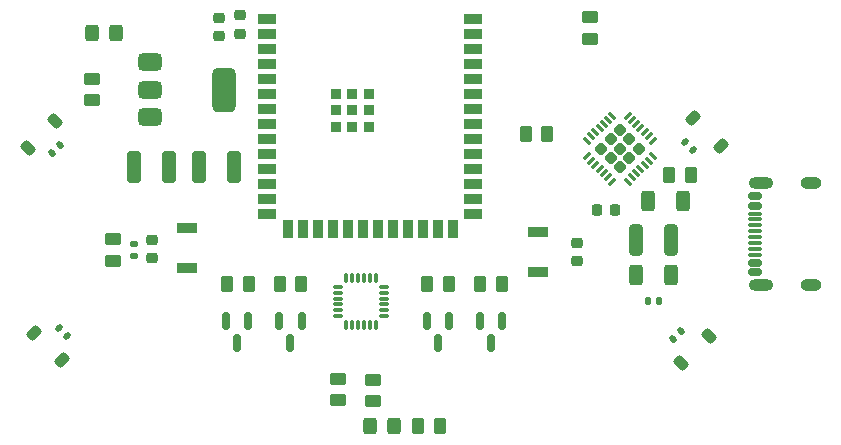
<source format=gbr>
%TF.GenerationSoftware,KiCad,Pcbnew,8.0.1*%
%TF.CreationDate,2024-07-15T00:54:35+06:00*%
%TF.ProjectId,saucey,73617563-6579-42e6-9b69-6361645f7063,1.0*%
%TF.SameCoordinates,Original*%
%TF.FileFunction,Paste,Top*%
%TF.FilePolarity,Positive*%
%FSLAX46Y46*%
G04 Gerber Fmt 4.6, Leading zero omitted, Abs format (unit mm)*
G04 Created by KiCad (PCBNEW 8.0.1) date 2024-07-15 00:54:35*
%MOMM*%
%LPD*%
G01*
G04 APERTURE LIST*
G04 Aperture macros list*
%AMRoundRect*
0 Rectangle with rounded corners*
0 $1 Rounding radius*
0 $2 $3 $4 $5 $6 $7 $8 $9 X,Y pos of 4 corners*
0 Add a 4 corners polygon primitive as box body*
4,1,4,$2,$3,$4,$5,$6,$7,$8,$9,$2,$3,0*
0 Add four circle primitives for the rounded corners*
1,1,$1+$1,$2,$3*
1,1,$1+$1,$4,$5*
1,1,$1+$1,$6,$7*
1,1,$1+$1,$8,$9*
0 Add four rect primitives between the rounded corners*
20,1,$1+$1,$2,$3,$4,$5,0*
20,1,$1+$1,$4,$5,$6,$7,0*
20,1,$1+$1,$6,$7,$8,$9,0*
20,1,$1+$1,$8,$9,$2,$3,0*%
G04 Aperture macros list end*
%ADD10RoundRect,0.225000X-0.225000X-0.250000X0.225000X-0.250000X0.225000X0.250000X-0.225000X0.250000X0*%
%ADD11RoundRect,0.225000X0.250000X-0.225000X0.250000X0.225000X-0.250000X0.225000X-0.250000X-0.225000X0*%
%ADD12R,1.700000X0.900000*%
%ADD13RoundRect,0.150000X0.425000X-0.150000X0.425000X0.150000X-0.425000X0.150000X-0.425000X-0.150000X0*%
%ADD14RoundRect,0.075000X0.500000X-0.075000X0.500000X0.075000X-0.500000X0.075000X-0.500000X-0.075000X0*%
%ADD15O,2.100000X1.000000*%
%ADD16O,1.800000X1.000000*%
%ADD17RoundRect,0.075000X0.075000X-0.350000X0.075000X0.350000X-0.075000X0.350000X-0.075000X-0.350000X0*%
%ADD18RoundRect,0.075000X-0.350000X-0.075000X0.350000X-0.075000X0.350000X0.075000X-0.350000X0.075000X0*%
%ADD19RoundRect,0.250000X0.325000X1.100000X-0.325000X1.100000X-0.325000X-1.100000X0.325000X-1.100000X0*%
%ADD20RoundRect,0.150000X-0.150000X0.587500X-0.150000X-0.587500X0.150000X-0.587500X0.150000X0.587500X0*%
%ADD21RoundRect,0.250000X0.450000X-0.262500X0.450000X0.262500X-0.450000X0.262500X-0.450000X-0.262500X0*%
%ADD22RoundRect,0.250000X-0.262500X-0.450000X0.262500X-0.450000X0.262500X0.450000X-0.262500X0.450000X0*%
%ADD23R,0.900000X0.900000*%
%ADD24R,1.500000X0.900000*%
%ADD25R,0.900000X1.500000*%
%ADD26RoundRect,0.250000X-0.450000X0.262500X-0.450000X-0.262500X0.450000X-0.262500X0.450000X0.262500X0*%
%ADD27RoundRect,0.225000X-0.250000X0.225000X-0.250000X-0.225000X0.250000X-0.225000X0.250000X0.225000X0*%
%ADD28RoundRect,0.225000X0.106066X-0.424264X0.424264X-0.106066X-0.106066X0.424264X-0.424264X0.106066X0*%
%ADD29RoundRect,0.250000X0.325000X0.450000X-0.325000X0.450000X-0.325000X-0.450000X0.325000X-0.450000X0*%
%ADD30RoundRect,0.250000X-0.312500X-0.625000X0.312500X-0.625000X0.312500X0.625000X-0.312500X0.625000X0*%
%ADD31RoundRect,0.250000X0.312500X1.075000X-0.312500X1.075000X-0.312500X-1.075000X0.312500X-1.075000X0*%
%ADD32RoundRect,0.250000X-0.325000X-0.450000X0.325000X-0.450000X0.325000X0.450000X-0.325000X0.450000X0*%
%ADD33RoundRect,0.140000X0.021213X-0.219203X0.219203X-0.021213X-0.021213X0.219203X-0.219203X0.021213X0*%
%ADD34RoundRect,0.140000X-0.140000X-0.170000X0.140000X-0.170000X0.140000X0.170000X-0.140000X0.170000X0*%
%ADD35RoundRect,0.250000X0.312500X0.625000X-0.312500X0.625000X-0.312500X-0.625000X0.312500X-0.625000X0*%
%ADD36RoundRect,0.140000X-0.170000X0.140000X-0.170000X-0.140000X0.170000X-0.140000X0.170000X0.140000X0*%
%ADD37RoundRect,0.250000X-0.325000X-1.100000X0.325000X-1.100000X0.325000X1.100000X-0.325000X1.100000X0*%
%ADD38RoundRect,0.140000X0.219203X0.021213X0.021213X0.219203X-0.219203X-0.021213X-0.021213X-0.219203X0*%
%ADD39RoundRect,0.225000X0.424264X0.106066X0.106066X0.424264X-0.424264X-0.106066X-0.106066X-0.424264X0*%
%ADD40RoundRect,0.225000X0.000000X-0.318198X0.318198X0.000000X0.000000X0.318198X-0.318198X0.000000X0*%
%ADD41RoundRect,0.062500X-0.194454X-0.282843X0.282843X0.194454X0.194454X0.282843X-0.282843X-0.194454X0*%
%ADD42RoundRect,0.062500X0.194454X-0.282843X0.282843X-0.194454X-0.194454X0.282843X-0.282843X0.194454X0*%
%ADD43RoundRect,0.375000X-0.625000X-0.375000X0.625000X-0.375000X0.625000X0.375000X-0.625000X0.375000X0*%
%ADD44RoundRect,0.500000X-0.500000X-1.400000X0.500000X-1.400000X0.500000X1.400000X-0.500000X1.400000X0*%
%ADD45RoundRect,0.250000X0.262500X0.450000X-0.262500X0.450000X-0.262500X-0.450000X0.262500X-0.450000X0*%
G04 APERTURE END LIST*
D10*
%TO.C,C7*%
X161975000Y-68706928D03*
X163525000Y-68706928D03*
%TD*%
D11*
%TO.C,C1*%
X130000000Y-54005000D03*
X130000000Y-52455000D03*
%TD*%
D12*
%TO.C,SW2*%
X157000000Y-73950000D03*
X157000000Y-70550000D03*
%TD*%
%TO.C,SW1*%
X127250000Y-70250001D03*
X127250000Y-73650001D03*
%TD*%
D13*
%TO.C,P1*%
X175320000Y-73950000D03*
X175320000Y-73150000D03*
D14*
X175320000Y-72000000D03*
X175320000Y-71000000D03*
X175320000Y-70500000D03*
X175320000Y-69500000D03*
D13*
X175320000Y-68350000D03*
X175320000Y-67550000D03*
X175320000Y-67550000D03*
X175320000Y-68350000D03*
D14*
X175320000Y-69000000D03*
X175320000Y-70000000D03*
X175320000Y-71500000D03*
X175320000Y-72500000D03*
D13*
X175320000Y-73150000D03*
X175320000Y-73950000D03*
D15*
X175895000Y-75070000D03*
D16*
X180075000Y-75070000D03*
D15*
X175895000Y-66430000D03*
D16*
X180075000Y-66430000D03*
%TD*%
D17*
%TO.C,U4*%
X140750000Y-74500000D03*
X141250000Y-74500000D03*
X141750000Y-74500000D03*
X142250000Y-74500000D03*
X142750000Y-74500000D03*
X143250000Y-74500000D03*
D18*
X143950000Y-75200000D03*
X143950000Y-75700000D03*
X143950000Y-76200000D03*
X143950000Y-76700000D03*
X143950000Y-77200000D03*
X143950000Y-77700000D03*
D17*
X143250000Y-78400000D03*
X142750000Y-78400000D03*
X142250000Y-78400000D03*
X141750000Y-78400000D03*
X141250000Y-78400000D03*
X140750000Y-78400000D03*
D18*
X140050000Y-77700000D03*
X140050000Y-77200000D03*
X140050000Y-76700000D03*
X140050000Y-76200000D03*
X140050000Y-75700000D03*
X140050000Y-75200000D03*
%TD*%
D19*
%TO.C,C4*%
X131225001Y-65025000D03*
X128274999Y-65025000D03*
%TD*%
D20*
%TO.C,Q7*%
X149450000Y-78124999D03*
X147550000Y-78124999D03*
X148500000Y-80000000D03*
%TD*%
D21*
%TO.C,R8*%
X143000000Y-83087500D03*
X143000000Y-84912500D03*
%TD*%
D20*
%TO.C,Q4*%
X136950000Y-78124999D03*
X135050000Y-78124999D03*
X136000000Y-80000000D03*
%TD*%
D22*
%TO.C,R7*%
X146837500Y-87000000D03*
X148662500Y-87000000D03*
%TD*%
D23*
%TO.C,U1*%
X139850000Y-58860000D03*
X139850000Y-60260000D03*
X139850000Y-61660000D03*
X141250000Y-58860000D03*
X141250000Y-60260000D03*
X141250000Y-61660000D03*
X142650000Y-58860000D03*
X142650000Y-60260000D03*
X142650000Y-61660000D03*
D24*
X134000000Y-52540000D03*
X134000000Y-53810000D03*
X134000000Y-55080000D03*
X134000000Y-56350000D03*
X134000000Y-57620000D03*
X134000000Y-58890000D03*
X134000000Y-60160000D03*
X134000000Y-61430000D03*
X134000000Y-62700000D03*
X134000000Y-63970000D03*
X134000000Y-65240000D03*
X134000000Y-66510000D03*
X134000000Y-67780000D03*
X134000000Y-69050000D03*
D25*
X135765000Y-70300000D03*
X137035000Y-70300000D03*
X138305000Y-70300000D03*
X139575000Y-70300000D03*
X140845000Y-70300000D03*
X142115000Y-70300000D03*
X143385000Y-70300000D03*
X144655000Y-70300000D03*
X145925000Y-70300000D03*
X147195000Y-70300000D03*
X148465000Y-70300000D03*
X149735000Y-70300000D03*
D24*
X151500000Y-69050000D03*
X151500000Y-67780000D03*
X151500000Y-66510000D03*
X151500000Y-65240000D03*
X151500000Y-63970000D03*
X151500000Y-62700000D03*
X151500000Y-61430000D03*
X151500000Y-60160000D03*
X151500000Y-58890000D03*
X151500000Y-57620000D03*
X151500000Y-56350000D03*
X151500000Y-55080000D03*
X151500000Y-53810000D03*
X151500000Y-52540000D03*
%TD*%
D26*
%TO.C,R10*%
X161359999Y-52357500D03*
X161359999Y-54182500D03*
%TD*%
D22*
%TO.C,R14*%
X130675000Y-75000000D03*
X132500000Y-75000000D03*
%TD*%
D20*
%TO.C,Q5*%
X153950000Y-78124999D03*
X152050000Y-78124999D03*
X153000000Y-80000000D03*
%TD*%
D27*
%TO.C,C9*%
X160250000Y-71475000D03*
X160250000Y-73025000D03*
%TD*%
D11*
%TO.C,C8*%
X124250000Y-72775000D03*
X124250000Y-71225000D03*
%TD*%
D28*
%TO.C,D4*%
X113767767Y-63462132D03*
X116101219Y-61128680D03*
%TD*%
D21*
%TO.C,R1*%
X140000000Y-83000000D03*
X140000000Y-84825000D03*
%TD*%
D29*
%TO.C,D6*%
X121274999Y-53750000D03*
X119225001Y-53750000D03*
%TD*%
D28*
%TO.C,D5*%
X169083274Y-81666726D03*
X171416726Y-79333274D03*
%TD*%
D30*
%TO.C,R4*%
X165281830Y-74181928D03*
X168206830Y-74181928D03*
%TD*%
D31*
%TO.C,R3*%
X168206830Y-71206928D03*
X165281830Y-71206928D03*
%TD*%
D32*
%TO.C,D1*%
X142725001Y-87000000D03*
X144774999Y-87000000D03*
%TD*%
D26*
%TO.C,R11*%
X119250000Y-57587500D03*
X119250000Y-59412500D03*
%TD*%
D22*
%TO.C,R15*%
X147587500Y-75000000D03*
X149412500Y-75000000D03*
%TD*%
D26*
%TO.C,R2*%
X121000000Y-71162499D03*
X121000000Y-72987499D03*
%TD*%
D33*
%TO.C,C14*%
X168410589Y-79589411D03*
X169089411Y-78910589D03*
%TD*%
D34*
%TO.C,C6*%
X166264330Y-76431928D03*
X167224330Y-76431928D03*
%TD*%
D22*
%TO.C,R12*%
X135087500Y-75000000D03*
X136912500Y-75000000D03*
%TD*%
%TO.C,R13*%
X152087500Y-75000000D03*
X153912500Y-75000000D03*
%TD*%
D35*
%TO.C,R5*%
X169206830Y-67956928D03*
X166281830Y-67956928D03*
%TD*%
D36*
%TO.C,C5*%
X122750000Y-71594999D03*
X122750000Y-72554999D03*
%TD*%
D37*
%TO.C,C3*%
X122774999Y-65025000D03*
X125725001Y-65025000D03*
%TD*%
D38*
%TO.C,C12*%
X170089411Y-63589411D03*
X169410589Y-62910589D03*
%TD*%
D39*
%TO.C,D3*%
X172454594Y-63277639D03*
X170121142Y-60944187D03*
%TD*%
D33*
%TO.C,C13*%
X115845082Y-63884817D03*
X116523904Y-63205995D03*
%TD*%
D39*
%TO.C,D2*%
X116666726Y-81416726D03*
X114333274Y-79083274D03*
%TD*%
D40*
%TO.C,U3*%
X163124121Y-64291960D03*
X162332162Y-63500000D03*
X163916081Y-65083919D03*
X163124121Y-62708040D03*
X163916081Y-63500000D03*
X164708041Y-64291960D03*
X163916081Y-61916081D03*
X165500000Y-63500000D03*
X164708041Y-62708040D03*
D41*
X161123009Y-64171751D03*
X161476563Y-64525305D03*
X161830116Y-64878858D03*
X162183669Y-65232412D03*
X162537223Y-65585965D03*
X162890776Y-65939518D03*
X163244330Y-66293072D03*
D42*
X164587832Y-66293072D03*
X164941386Y-65939518D03*
X165294939Y-65585965D03*
X165648493Y-65232412D03*
X166002046Y-64878858D03*
X166355599Y-64525305D03*
X166709153Y-64171751D03*
D41*
X166709153Y-62828249D03*
X166355599Y-62474695D03*
X166002046Y-62121142D03*
X165648493Y-61767588D03*
X165294939Y-61414035D03*
X164941386Y-61060482D03*
X164587832Y-60706928D03*
D42*
X163244330Y-60706928D03*
X162890776Y-61060482D03*
X162537223Y-61414035D03*
X162183669Y-61767588D03*
X161830116Y-62121142D03*
X161476563Y-62474695D03*
X161123009Y-62828249D03*
%TD*%
D38*
%TO.C,C11*%
X117117050Y-79339411D03*
X116438228Y-78660589D03*
%TD*%
D11*
%TO.C,C2*%
X131750000Y-53775000D03*
X131750000Y-52225000D03*
%TD*%
D20*
%TO.C,Q6*%
X132450000Y-78124999D03*
X130550000Y-78124999D03*
X131500000Y-80000000D03*
%TD*%
D43*
%TO.C,U2*%
X124100000Y-56200000D03*
X124100000Y-58500000D03*
D44*
X130400000Y-58500000D03*
D43*
X124100000Y-60800000D03*
%TD*%
D45*
%TO.C,R9*%
X157772499Y-62270000D03*
X155947499Y-62270000D03*
%TD*%
D22*
%TO.C,R6*%
X168081830Y-65706928D03*
X169906830Y-65706928D03*
%TD*%
M02*

</source>
